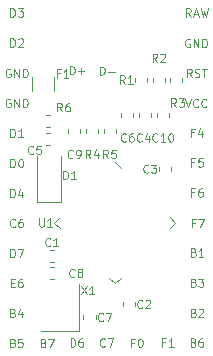
<source format=gto>
G04 #@! TF.GenerationSoftware,KiCad,Pcbnew,(5.1.6)-1*
G04 #@! TF.CreationDate,2020-10-13T18:08:15+08:00*
G04 #@! TF.ProjectId,Alvaro,416c7661-726f-42e6-9b69-6361645f7063,C*
G04 #@! TF.SameCoordinates,Original*
G04 #@! TF.FileFunction,Legend,Top*
G04 #@! TF.FilePolarity,Positive*
%FSLAX46Y46*%
G04 Gerber Fmt 4.6, Leading zero omitted, Abs format (unit mm)*
G04 Created by KiCad (PCBNEW (5.1.6)-1) date 2020-10-13 18:08:15*
%MOMM*%
%LPD*%
G01*
G04 APERTURE LIST*
%ADD10C,0.080000*%
%ADD11C,0.120000*%
G04 APERTURE END LIST*
D10*
X26883333Y-31241666D02*
X26883333Y-30541666D01*
X27050000Y-30541666D01*
X27150000Y-30575000D01*
X27216666Y-30641666D01*
X27250000Y-30708333D01*
X27283333Y-30841666D01*
X27283333Y-30941666D01*
X27250000Y-31075000D01*
X27216666Y-31141666D01*
X27150000Y-31208333D01*
X27050000Y-31241666D01*
X26883333Y-31241666D01*
X27583333Y-30975000D02*
X28116666Y-30975000D01*
X27850000Y-31241666D02*
X27850000Y-30708333D01*
X29433333Y-31266666D02*
X29433333Y-30566666D01*
X29600000Y-30566666D01*
X29700000Y-30600000D01*
X29766666Y-30666666D01*
X29800000Y-30733333D01*
X29833333Y-30866666D01*
X29833333Y-30966666D01*
X29800000Y-31100000D01*
X29766666Y-31166666D01*
X29700000Y-31233333D01*
X29600000Y-31266666D01*
X29433333Y-31266666D01*
X30133333Y-31000000D02*
X30666666Y-31000000D01*
X37416666Y-36149999D02*
X37183333Y-36149999D01*
X37183333Y-36516665D02*
X37183333Y-35816665D01*
X37516666Y-35816665D01*
X38083333Y-36049999D02*
X38083333Y-36516665D01*
X37916666Y-35783332D02*
X37750000Y-36283332D01*
X38183333Y-36283332D01*
X36641666Y-33316666D02*
X36875000Y-34016666D01*
X37108333Y-33316666D01*
X37741666Y-33950000D02*
X37708333Y-33983333D01*
X37608333Y-34016666D01*
X37541666Y-34016666D01*
X37441666Y-33983333D01*
X37375000Y-33916666D01*
X37341666Y-33850000D01*
X37308333Y-33716666D01*
X37308333Y-33616666D01*
X37341666Y-33483333D01*
X37375000Y-33416666D01*
X37441666Y-33350000D01*
X37541666Y-33316666D01*
X37608333Y-33316666D01*
X37708333Y-33350000D01*
X37741666Y-33383333D01*
X38441666Y-33950000D02*
X38408333Y-33983333D01*
X38308333Y-34016666D01*
X38241666Y-34016666D01*
X38141666Y-33983333D01*
X38075000Y-33916666D01*
X38041666Y-33850000D01*
X38008333Y-33716666D01*
X38008333Y-33616666D01*
X38041666Y-33483333D01*
X38075000Y-33416666D01*
X38141666Y-33350000D01*
X38241666Y-33316666D01*
X38308333Y-33316666D01*
X38408333Y-33350000D01*
X38441666Y-33383333D01*
X37191666Y-31466666D02*
X36958333Y-31133333D01*
X36791666Y-31466666D02*
X36791666Y-30766666D01*
X37058333Y-30766666D01*
X37125000Y-30800000D01*
X37158333Y-30833333D01*
X37191666Y-30900000D01*
X37191666Y-31000000D01*
X37158333Y-31066666D01*
X37125000Y-31100000D01*
X37058333Y-31133333D01*
X36791666Y-31133333D01*
X37458333Y-31433333D02*
X37558333Y-31466666D01*
X37725000Y-31466666D01*
X37791666Y-31433333D01*
X37825000Y-31400000D01*
X37858333Y-31333333D01*
X37858333Y-31266666D01*
X37825000Y-31200000D01*
X37791666Y-31166666D01*
X37725000Y-31133333D01*
X37591666Y-31100000D01*
X37525000Y-31066666D01*
X37491666Y-31033333D01*
X37458333Y-30966666D01*
X37458333Y-30900000D01*
X37491666Y-30833333D01*
X37525000Y-30800000D01*
X37591666Y-30766666D01*
X37758333Y-30766666D01*
X37858333Y-30800000D01*
X38058333Y-30766666D02*
X38458333Y-30766666D01*
X38258333Y-31466666D02*
X38258333Y-30766666D01*
X37416666Y-38675000D02*
X37183333Y-38675000D01*
X37183333Y-39041666D02*
X37183333Y-38341666D01*
X37516666Y-38341666D01*
X38116666Y-38341666D02*
X37783333Y-38341666D01*
X37750000Y-38675000D01*
X37783333Y-38641666D01*
X37850000Y-38608333D01*
X38016666Y-38608333D01*
X38083333Y-38641666D01*
X38116666Y-38675000D01*
X38150000Y-38741666D01*
X38150000Y-38908333D01*
X38116666Y-38975000D01*
X38083333Y-39008333D01*
X38016666Y-39041666D01*
X37850000Y-39041666D01*
X37783333Y-39008333D01*
X37750000Y-38975000D01*
X37041666Y-28275000D02*
X36975000Y-28241666D01*
X36875000Y-28241666D01*
X36775000Y-28275000D01*
X36708333Y-28341666D01*
X36675000Y-28408333D01*
X36641666Y-28541666D01*
X36641666Y-28641666D01*
X36675000Y-28775000D01*
X36708333Y-28841666D01*
X36775000Y-28908333D01*
X36875000Y-28941666D01*
X36941666Y-28941666D01*
X37041666Y-28908333D01*
X37075000Y-28875000D01*
X37075000Y-28641666D01*
X36941666Y-28641666D01*
X37375000Y-28941666D02*
X37375000Y-28241666D01*
X37775000Y-28941666D01*
X37775000Y-28241666D01*
X38108333Y-28941666D02*
X38108333Y-28241666D01*
X38275000Y-28241666D01*
X38375000Y-28275000D01*
X38441666Y-28341666D01*
X38475000Y-28408333D01*
X38508333Y-28541666D01*
X38508333Y-28641666D01*
X38475000Y-28775000D01*
X38441666Y-28841666D01*
X38375000Y-28908333D01*
X38275000Y-28941666D01*
X38108333Y-28941666D01*
X37121666Y-26341666D02*
X36888333Y-26008333D01*
X36721666Y-26341666D02*
X36721666Y-25641666D01*
X36988333Y-25641666D01*
X37055000Y-25675000D01*
X37088333Y-25708333D01*
X37121666Y-25775000D01*
X37121666Y-25875000D01*
X37088333Y-25941666D01*
X37055000Y-25975000D01*
X36988333Y-26008333D01*
X36721666Y-26008333D01*
X37388333Y-26141666D02*
X37721666Y-26141666D01*
X37321666Y-26341666D02*
X37555000Y-25641666D01*
X37788333Y-26341666D01*
X37955000Y-25641666D02*
X38121666Y-26341666D01*
X38255000Y-25841666D01*
X38388333Y-26341666D01*
X38555000Y-25641666D01*
X37441666Y-43775000D02*
X37208333Y-43775000D01*
X37208333Y-44141666D02*
X37208333Y-43441666D01*
X37541666Y-43441666D01*
X37741666Y-43441666D02*
X38208333Y-43441666D01*
X37908333Y-44141666D01*
X37366666Y-46300000D02*
X37466666Y-46333333D01*
X37500000Y-46366666D01*
X37533333Y-46433333D01*
X37533333Y-46533333D01*
X37500000Y-46600000D01*
X37466666Y-46633333D01*
X37400000Y-46666666D01*
X37133333Y-46666666D01*
X37133333Y-45966666D01*
X37366666Y-45966666D01*
X37433333Y-46000000D01*
X37466666Y-46033333D01*
X37500000Y-46100000D01*
X37500000Y-46166666D01*
X37466666Y-46233333D01*
X37433333Y-46266666D01*
X37366666Y-46300000D01*
X37133333Y-46300000D01*
X38200000Y-46666666D02*
X37800000Y-46666666D01*
X38000000Y-46666666D02*
X38000000Y-45966666D01*
X37933333Y-46066666D01*
X37866666Y-46133333D01*
X37800000Y-46166666D01*
X37341666Y-53925000D02*
X37441666Y-53958333D01*
X37475000Y-53991666D01*
X37508333Y-54058333D01*
X37508333Y-54158333D01*
X37475000Y-54225000D01*
X37441666Y-54258333D01*
X37375000Y-54291666D01*
X37108333Y-54291666D01*
X37108333Y-53591666D01*
X37341666Y-53591666D01*
X37408333Y-53625000D01*
X37441666Y-53658333D01*
X37475000Y-53725000D01*
X37475000Y-53791666D01*
X37441666Y-53858333D01*
X37408333Y-53891666D01*
X37341666Y-53925000D01*
X37108333Y-53925000D01*
X38108333Y-53591666D02*
X37975000Y-53591666D01*
X37908333Y-53625000D01*
X37875000Y-53658333D01*
X37808333Y-53758333D01*
X37775000Y-53891666D01*
X37775000Y-54158333D01*
X37808333Y-54225000D01*
X37841666Y-54258333D01*
X37908333Y-54291666D01*
X38041666Y-54291666D01*
X38108333Y-54258333D01*
X38141666Y-54225000D01*
X38175000Y-54158333D01*
X38175000Y-53991666D01*
X38141666Y-53925000D01*
X38108333Y-53891666D01*
X38041666Y-53858333D01*
X37908333Y-53858333D01*
X37841666Y-53891666D01*
X37808333Y-53925000D01*
X37775000Y-53991666D01*
X37366666Y-51400000D02*
X37466666Y-51433333D01*
X37500000Y-51466666D01*
X37533333Y-51533333D01*
X37533333Y-51633333D01*
X37500000Y-51700000D01*
X37466666Y-51733333D01*
X37400000Y-51766666D01*
X37133333Y-51766666D01*
X37133333Y-51066666D01*
X37366666Y-51066666D01*
X37433333Y-51100000D01*
X37466666Y-51133333D01*
X37500000Y-51200000D01*
X37500000Y-51266666D01*
X37466666Y-51333333D01*
X37433333Y-51366666D01*
X37366666Y-51400000D01*
X37133333Y-51400000D01*
X37800000Y-51133333D02*
X37833333Y-51100000D01*
X37900000Y-51066666D01*
X38066666Y-51066666D01*
X38133333Y-51100000D01*
X38166666Y-51133333D01*
X38200000Y-51200000D01*
X38200000Y-51266666D01*
X38166666Y-51366666D01*
X37766666Y-51766666D01*
X38200000Y-51766666D01*
X37366666Y-48850001D02*
X37466666Y-48883334D01*
X37500000Y-48916667D01*
X37533333Y-48983334D01*
X37533333Y-49083334D01*
X37500000Y-49150001D01*
X37466666Y-49183334D01*
X37400000Y-49216667D01*
X37133333Y-49216667D01*
X37133333Y-48516667D01*
X37366666Y-48516667D01*
X37433333Y-48550001D01*
X37466666Y-48583334D01*
X37500000Y-48650001D01*
X37500000Y-48716667D01*
X37466666Y-48783334D01*
X37433333Y-48816667D01*
X37366666Y-48850001D01*
X37133333Y-48850001D01*
X37766666Y-48516667D02*
X38200000Y-48516667D01*
X37966666Y-48783334D01*
X38066666Y-48783334D01*
X38133333Y-48816667D01*
X38166666Y-48850001D01*
X38200000Y-48916667D01*
X38200000Y-49083334D01*
X38166666Y-49150001D01*
X38133333Y-49183334D01*
X38066666Y-49216667D01*
X37866666Y-49216667D01*
X37800000Y-49183334D01*
X37766666Y-49150001D01*
X37416666Y-41224999D02*
X37183333Y-41224999D01*
X37183333Y-41591665D02*
X37183333Y-40891665D01*
X37516666Y-40891665D01*
X38083333Y-40891665D02*
X37950000Y-40891665D01*
X37883333Y-40924999D01*
X37850000Y-40958332D01*
X37783333Y-41058332D01*
X37750000Y-41191665D01*
X37750000Y-41458332D01*
X37783333Y-41524999D01*
X37816666Y-41558332D01*
X37883333Y-41591665D01*
X38016666Y-41591665D01*
X38083333Y-41558332D01*
X38116666Y-41524999D01*
X38150000Y-41458332D01*
X38150000Y-41291665D01*
X38116666Y-41224999D01*
X38083333Y-41191665D01*
X38016666Y-41158332D01*
X37883333Y-41158332D01*
X37816666Y-41191665D01*
X37783333Y-41224999D01*
X37750000Y-41291665D01*
X34941666Y-53925000D02*
X34708333Y-53925000D01*
X34708333Y-54291666D02*
X34708333Y-53591666D01*
X35041666Y-53591666D01*
X35675000Y-54291666D02*
X35275000Y-54291666D01*
X35475000Y-54291666D02*
X35475000Y-53591666D01*
X35408333Y-53691666D01*
X35341666Y-53758333D01*
X35275000Y-53791666D01*
X32306666Y-53950000D02*
X32073333Y-53950000D01*
X32073333Y-54316666D02*
X32073333Y-53616666D01*
X32406666Y-53616666D01*
X32806666Y-53616666D02*
X32873333Y-53616666D01*
X32940000Y-53650000D01*
X32973333Y-53683333D01*
X33006666Y-53750000D01*
X33040000Y-53883333D01*
X33040000Y-54050000D01*
X33006666Y-54183333D01*
X32973333Y-54250000D01*
X32940000Y-54283333D01*
X32873333Y-54316666D01*
X32806666Y-54316666D01*
X32740000Y-54283333D01*
X32706666Y-54250000D01*
X32673333Y-54183333D01*
X32640000Y-54050000D01*
X32640000Y-53883333D01*
X32673333Y-53750000D01*
X32706666Y-53683333D01*
X32740000Y-53650000D01*
X32806666Y-53616666D01*
X29858333Y-54225000D02*
X29825000Y-54258333D01*
X29725000Y-54291666D01*
X29658333Y-54291666D01*
X29558333Y-54258333D01*
X29491666Y-54191666D01*
X29458333Y-54125000D01*
X29425000Y-53991666D01*
X29425000Y-53891666D01*
X29458333Y-53758333D01*
X29491666Y-53691666D01*
X29558333Y-53625000D01*
X29658333Y-53591666D01*
X29725000Y-53591666D01*
X29825000Y-53625000D01*
X29858333Y-53658333D01*
X30091666Y-53591666D02*
X30558333Y-53591666D01*
X30258333Y-54291666D01*
X26943333Y-54291666D02*
X26943333Y-53591666D01*
X27110000Y-53591666D01*
X27210000Y-53625000D01*
X27276666Y-53691666D01*
X27310000Y-53758333D01*
X27343333Y-53891666D01*
X27343333Y-53991666D01*
X27310000Y-54125000D01*
X27276666Y-54191666D01*
X27210000Y-54258333D01*
X27110000Y-54291666D01*
X26943333Y-54291666D01*
X27943333Y-53591666D02*
X27810000Y-53591666D01*
X27743333Y-53625000D01*
X27710000Y-53658333D01*
X27643333Y-53758333D01*
X27610000Y-53891666D01*
X27610000Y-54158333D01*
X27643333Y-54225000D01*
X27676666Y-54258333D01*
X27743333Y-54291666D01*
X27876666Y-54291666D01*
X27943333Y-54258333D01*
X27976666Y-54225000D01*
X28010000Y-54158333D01*
X28010000Y-53991666D01*
X27976666Y-53925000D01*
X27943333Y-53891666D01*
X27876666Y-53858333D01*
X27743333Y-53858333D01*
X27676666Y-53891666D01*
X27643333Y-53925000D01*
X27610000Y-53991666D01*
X24641666Y-53950000D02*
X24741666Y-53983333D01*
X24775000Y-54016666D01*
X24808333Y-54083333D01*
X24808333Y-54183333D01*
X24775000Y-54250000D01*
X24741666Y-54283333D01*
X24675000Y-54316666D01*
X24408333Y-54316666D01*
X24408333Y-53616666D01*
X24641666Y-53616666D01*
X24708333Y-53650000D01*
X24741666Y-53683333D01*
X24775000Y-53750000D01*
X24775000Y-53816666D01*
X24741666Y-53883333D01*
X24708333Y-53916666D01*
X24641666Y-53950000D01*
X24408333Y-53950000D01*
X25041666Y-53616666D02*
X25508333Y-53616666D01*
X25208333Y-54316666D01*
X21858333Y-39091666D02*
X21858333Y-38391666D01*
X22025000Y-38391666D01*
X22125000Y-38425000D01*
X22191666Y-38491666D01*
X22225000Y-38558333D01*
X22258333Y-38691666D01*
X22258333Y-38791666D01*
X22225000Y-38925000D01*
X22191666Y-38991666D01*
X22125000Y-39058333D01*
X22025000Y-39091666D01*
X21858333Y-39091666D01*
X22691666Y-38391666D02*
X22758333Y-38391666D01*
X22825000Y-38425000D01*
X22858333Y-38458333D01*
X22891666Y-38525000D01*
X22925000Y-38658333D01*
X22925000Y-38825000D01*
X22891666Y-38958333D01*
X22858333Y-39025000D01*
X22825000Y-39058333D01*
X22758333Y-39091666D01*
X22691666Y-39091666D01*
X22625000Y-39058333D01*
X22591666Y-39025000D01*
X22558333Y-38958333D01*
X22525000Y-38825000D01*
X22525000Y-38658333D01*
X22558333Y-38525000D01*
X22591666Y-38458333D01*
X22625000Y-38425000D01*
X22691666Y-38391666D01*
X22258333Y-44100000D02*
X22225000Y-44133333D01*
X22125000Y-44166666D01*
X22058333Y-44166666D01*
X21958333Y-44133333D01*
X21891666Y-44066666D01*
X21858333Y-44000000D01*
X21825000Y-43866666D01*
X21825000Y-43766666D01*
X21858333Y-43633333D01*
X21891666Y-43566666D01*
X21958333Y-43500000D01*
X22058333Y-43466666D01*
X22125000Y-43466666D01*
X22225000Y-43500000D01*
X22258333Y-43533333D01*
X22858333Y-43466666D02*
X22725000Y-43466666D01*
X22658333Y-43500000D01*
X22625000Y-43533333D01*
X22558333Y-43633333D01*
X22525000Y-43766666D01*
X22525000Y-44033333D01*
X22558333Y-44100000D01*
X22591666Y-44133333D01*
X22658333Y-44166666D01*
X22791666Y-44166666D01*
X22858333Y-44133333D01*
X22891666Y-44100000D01*
X22925000Y-44033333D01*
X22925000Y-43866666D01*
X22891666Y-43800000D01*
X22858333Y-43766666D01*
X22791666Y-43733333D01*
X22658333Y-43733333D01*
X22591666Y-43766666D01*
X22558333Y-43800000D01*
X22525000Y-43866666D01*
X21858333Y-46716666D02*
X21858333Y-46016666D01*
X22025000Y-46016666D01*
X22125000Y-46050000D01*
X22191666Y-46116666D01*
X22225000Y-46183333D01*
X22258333Y-46316666D01*
X22258333Y-46416666D01*
X22225000Y-46550000D01*
X22191666Y-46616666D01*
X22125000Y-46683333D01*
X22025000Y-46716666D01*
X21858333Y-46716666D01*
X22491666Y-46016666D02*
X22958333Y-46016666D01*
X22658333Y-46716666D01*
X22066667Y-53949998D02*
X22166667Y-53983331D01*
X22200001Y-54016664D01*
X22233334Y-54083331D01*
X22233334Y-54183331D01*
X22200001Y-54249998D01*
X22166667Y-54283331D01*
X22100001Y-54316664D01*
X21833334Y-54316664D01*
X21833334Y-53616664D01*
X22066667Y-53616664D01*
X22133334Y-53649998D01*
X22166667Y-53683331D01*
X22200001Y-53749998D01*
X22200001Y-53816664D01*
X22166667Y-53883331D01*
X22133334Y-53916664D01*
X22066667Y-53949998D01*
X21833334Y-53949998D01*
X22866667Y-53616664D02*
X22533334Y-53616664D01*
X22500001Y-53949998D01*
X22533334Y-53916664D01*
X22600001Y-53883331D01*
X22766667Y-53883331D01*
X22833334Y-53916664D01*
X22866667Y-53949998D01*
X22900001Y-54016664D01*
X22900001Y-54183331D01*
X22866667Y-54249998D01*
X22833334Y-54283331D01*
X22766667Y-54316664D01*
X22600001Y-54316664D01*
X22533334Y-54283331D01*
X22500001Y-54249998D01*
X21891666Y-48875000D02*
X22125000Y-48875000D01*
X22225000Y-49241666D02*
X21891666Y-49241666D01*
X21891666Y-48541666D01*
X22225000Y-48541666D01*
X22825000Y-48541666D02*
X22691666Y-48541666D01*
X22625000Y-48575000D01*
X22591666Y-48608333D01*
X22525000Y-48708333D01*
X22491666Y-48841666D01*
X22491666Y-49108333D01*
X22525000Y-49175000D01*
X22558333Y-49208333D01*
X22625000Y-49241666D01*
X22758333Y-49241666D01*
X22825000Y-49208333D01*
X22858333Y-49175000D01*
X22891666Y-49108333D01*
X22891666Y-48941666D01*
X22858333Y-48875000D01*
X22825000Y-48841666D01*
X22758333Y-48808333D01*
X22625000Y-48808333D01*
X22558333Y-48841666D01*
X22525000Y-48875000D01*
X22491666Y-48941666D01*
X21858333Y-28891666D02*
X21858333Y-28191666D01*
X22025000Y-28191666D01*
X22125000Y-28225000D01*
X22191666Y-28291666D01*
X22225000Y-28358333D01*
X22258333Y-28491666D01*
X22258333Y-28591666D01*
X22225000Y-28725000D01*
X22191666Y-28791666D01*
X22125000Y-28858333D01*
X22025000Y-28891666D01*
X21858333Y-28891666D01*
X22525000Y-28258333D02*
X22558333Y-28225000D01*
X22625000Y-28191666D01*
X22791666Y-28191666D01*
X22858333Y-28225000D01*
X22891666Y-28258333D01*
X22925000Y-28325000D01*
X22925000Y-28391666D01*
X22891666Y-28491666D01*
X22491666Y-28891666D01*
X22925000Y-28891666D01*
X22091666Y-51424998D02*
X22191666Y-51458331D01*
X22225000Y-51491664D01*
X22258333Y-51558331D01*
X22258333Y-51658331D01*
X22225000Y-51724998D01*
X22191666Y-51758331D01*
X22125000Y-51791664D01*
X21858333Y-51791664D01*
X21858333Y-51091664D01*
X22091666Y-51091664D01*
X22158333Y-51124998D01*
X22191666Y-51158331D01*
X22225000Y-51224998D01*
X22225000Y-51291664D01*
X22191666Y-51358331D01*
X22158333Y-51391664D01*
X22091666Y-51424998D01*
X21858333Y-51424998D01*
X22858333Y-51324998D02*
X22858333Y-51791664D01*
X22691666Y-51058331D02*
X22525000Y-51558331D01*
X22958333Y-51558331D01*
X21858334Y-26341666D02*
X21858334Y-25641666D01*
X22025001Y-25641666D01*
X22125001Y-25675000D01*
X22191667Y-25741666D01*
X22225001Y-25808333D01*
X22258334Y-25941666D01*
X22258334Y-26041666D01*
X22225001Y-26175000D01*
X22191667Y-26241666D01*
X22125001Y-26308333D01*
X22025001Y-26341666D01*
X21858334Y-26341666D01*
X22491667Y-25641666D02*
X22925001Y-25641666D01*
X22691667Y-25908333D01*
X22791667Y-25908333D01*
X22858334Y-25941666D01*
X22891667Y-25975000D01*
X22925001Y-26041666D01*
X22925001Y-26208333D01*
X22891667Y-26275000D01*
X22858334Y-26308333D01*
X22791667Y-26341666D01*
X22591667Y-26341666D01*
X22525001Y-26308333D01*
X22491667Y-26275000D01*
X21841666Y-33325000D02*
X21775000Y-33291666D01*
X21675000Y-33291666D01*
X21575000Y-33325000D01*
X21508333Y-33391666D01*
X21475000Y-33458333D01*
X21441666Y-33591666D01*
X21441666Y-33691666D01*
X21475000Y-33825000D01*
X21508333Y-33891666D01*
X21575000Y-33958333D01*
X21675000Y-33991666D01*
X21741666Y-33991666D01*
X21841666Y-33958333D01*
X21875000Y-33925000D01*
X21875000Y-33691666D01*
X21741666Y-33691666D01*
X22175000Y-33991666D02*
X22175000Y-33291666D01*
X22575000Y-33991666D01*
X22575000Y-33291666D01*
X22908333Y-33991666D02*
X22908333Y-33291666D01*
X23075000Y-33291666D01*
X23175000Y-33325000D01*
X23241666Y-33391666D01*
X23275000Y-33458333D01*
X23308333Y-33591666D01*
X23308333Y-33691666D01*
X23275000Y-33825000D01*
X23241666Y-33891666D01*
X23175000Y-33958333D01*
X23075000Y-33991666D01*
X22908333Y-33991666D01*
X21858335Y-36541665D02*
X21858335Y-35841665D01*
X22025002Y-35841665D01*
X22125002Y-35874999D01*
X22191668Y-35941665D01*
X22225002Y-36008332D01*
X22258335Y-36141665D01*
X22258335Y-36241665D01*
X22225002Y-36374999D01*
X22191668Y-36441665D01*
X22125002Y-36508332D01*
X22025002Y-36541665D01*
X21858335Y-36541665D01*
X22925002Y-36541665D02*
X22525002Y-36541665D01*
X22725002Y-36541665D02*
X22725002Y-35841665D01*
X22658335Y-35941665D01*
X22591668Y-36008332D01*
X22525002Y-36041665D01*
X21858333Y-41641664D02*
X21858333Y-40941664D01*
X22025000Y-40941664D01*
X22125000Y-40974998D01*
X22191666Y-41041664D01*
X22225000Y-41108331D01*
X22258333Y-41241664D01*
X22258333Y-41341664D01*
X22225000Y-41474998D01*
X22191666Y-41541664D01*
X22125000Y-41608331D01*
X22025000Y-41641664D01*
X21858333Y-41641664D01*
X22858333Y-41174998D02*
X22858333Y-41641664D01*
X22691666Y-40908331D02*
X22525000Y-41408331D01*
X22958333Y-41408331D01*
X21841666Y-30800000D02*
X21775000Y-30766666D01*
X21675000Y-30766666D01*
X21575000Y-30800000D01*
X21508333Y-30866666D01*
X21475000Y-30933333D01*
X21441666Y-31066666D01*
X21441666Y-31166666D01*
X21475000Y-31300000D01*
X21508333Y-31366666D01*
X21575000Y-31433333D01*
X21675000Y-31466666D01*
X21741666Y-31466666D01*
X21841666Y-31433333D01*
X21875000Y-31400000D01*
X21875000Y-31166666D01*
X21741666Y-31166666D01*
X22175000Y-31466666D02*
X22175000Y-30766666D01*
X22575000Y-31466666D01*
X22575000Y-30766666D01*
X22908333Y-31466666D02*
X22908333Y-30766666D01*
X23075000Y-30766666D01*
X23175000Y-30800000D01*
X23241666Y-30866666D01*
X23275000Y-30933333D01*
X23308333Y-31066666D01*
X23308333Y-31166666D01*
X23275000Y-31300000D01*
X23241666Y-31366666D01*
X23175000Y-31433333D01*
X23075000Y-31466666D01*
X22908333Y-31466666D01*
D11*
X23690000Y-32652064D02*
X23690000Y-31447936D01*
X25510000Y-32652064D02*
X25510000Y-31447936D01*
X24100000Y-42050000D02*
X26100000Y-42050000D01*
X26100000Y-42050000D02*
X26100000Y-38150000D01*
X24100000Y-42050000D02*
X24100000Y-38150000D01*
D10*
X25162779Y-36190000D02*
X24837221Y-36190000D01*
X25162779Y-37210000D02*
X24837221Y-37210000D01*
X30700000Y-48919453D02*
X31173762Y-48445692D01*
X30700000Y-48919453D02*
X30226238Y-48445692D01*
X35819453Y-43800000D02*
X35345692Y-44273762D01*
X35819453Y-43800000D02*
X35345692Y-43326238D01*
X25580547Y-43800000D02*
X26054308Y-44273762D01*
X25580547Y-43800000D02*
X26054308Y-43326238D01*
X30700000Y-38680547D02*
X31173762Y-39154308D01*
X24837221Y-35710000D02*
X25162779Y-35710000D01*
X24837221Y-34690000D02*
X25162779Y-34690000D01*
X29740000Y-36212779D02*
X29740000Y-35887221D01*
X30760000Y-36212779D02*
X30760000Y-35887221D01*
X28240000Y-36212779D02*
X28240000Y-35887221D01*
X29260000Y-36212779D02*
X29260000Y-35887221D01*
X35390000Y-31537221D02*
X35390000Y-31862779D01*
X36410000Y-31537221D02*
X36410000Y-31862779D01*
X34910000Y-31862779D02*
X34910000Y-31537221D01*
X33890000Y-31862779D02*
X33890000Y-31537221D01*
X32390000Y-31862779D02*
X32390000Y-31537221D01*
X33410000Y-31862779D02*
X33410000Y-31537221D01*
X34240000Y-34862779D02*
X34240000Y-34537221D01*
X35260000Y-34862779D02*
X35260000Y-34537221D01*
X26740000Y-36212779D02*
X26740000Y-35887221D01*
X27760000Y-36212779D02*
X27760000Y-35887221D01*
X25187221Y-47565000D02*
X25512779Y-47565000D01*
X25187221Y-48585000D02*
X25512779Y-48585000D01*
X29060000Y-51962779D02*
X29060000Y-51637221D01*
X28040000Y-51962779D02*
X28040000Y-51637221D01*
X31240000Y-34862779D02*
X31240000Y-34537221D01*
X32260000Y-34862779D02*
X32260000Y-34537221D01*
X32740000Y-34862779D02*
X32740000Y-34537221D01*
X33760000Y-34862779D02*
X33760000Y-34537221D01*
X34440000Y-39087221D02*
X34440000Y-39412779D01*
X35460000Y-39087221D02*
X35460000Y-39412779D01*
X31415000Y-50537221D02*
X31415000Y-50862779D01*
X32435000Y-50537221D02*
X32435000Y-50862779D01*
X25512779Y-46065000D02*
X25187221Y-46065000D01*
X25512779Y-47085000D02*
X25187221Y-47085000D01*
X27650000Y-53000000D02*
X27650000Y-49000000D01*
X24450000Y-53000000D02*
X27650000Y-53000000D01*
X26016666Y-31150000D02*
X25783333Y-31150000D01*
X25783333Y-31516666D02*
X25783333Y-30816666D01*
X26116666Y-30816666D01*
X26750000Y-31516666D02*
X26350000Y-31516666D01*
X26550000Y-31516666D02*
X26550000Y-30816666D01*
X26483333Y-30916666D01*
X26416666Y-30983333D01*
X26350000Y-31016666D01*
X26333333Y-40116666D02*
X26333333Y-39416666D01*
X26500000Y-39416666D01*
X26600000Y-39450000D01*
X26666666Y-39516666D01*
X26700000Y-39583333D01*
X26733333Y-39716666D01*
X26733333Y-39816666D01*
X26700000Y-39950000D01*
X26666666Y-40016666D01*
X26600000Y-40083333D01*
X26500000Y-40116666D01*
X26333333Y-40116666D01*
X27400000Y-40116666D02*
X27000000Y-40116666D01*
X27200000Y-40116666D02*
X27200000Y-39416666D01*
X27133333Y-39516666D01*
X27066666Y-39583333D01*
X27000000Y-39616666D01*
X23783333Y-37925000D02*
X23750000Y-37958333D01*
X23650000Y-37991666D01*
X23583333Y-37991666D01*
X23483333Y-37958333D01*
X23416666Y-37891666D01*
X23383333Y-37825000D01*
X23350000Y-37691666D01*
X23350000Y-37591666D01*
X23383333Y-37458333D01*
X23416666Y-37391666D01*
X23483333Y-37325000D01*
X23583333Y-37291666D01*
X23650000Y-37291666D01*
X23750000Y-37325000D01*
X23783333Y-37358333D01*
X24416666Y-37291666D02*
X24083333Y-37291666D01*
X24050000Y-37625000D01*
X24083333Y-37591666D01*
X24150000Y-37558333D01*
X24316666Y-37558333D01*
X24383333Y-37591666D01*
X24416666Y-37625000D01*
X24450000Y-37691666D01*
X24450000Y-37858333D01*
X24416666Y-37925000D01*
X24383333Y-37958333D01*
X24316666Y-37991666D01*
X24150000Y-37991666D01*
X24083333Y-37958333D01*
X24050000Y-37925000D01*
X24291666Y-43416666D02*
X24291666Y-43983333D01*
X24325000Y-44050000D01*
X24358333Y-44083333D01*
X24425000Y-44116666D01*
X24558333Y-44116666D01*
X24625000Y-44083333D01*
X24658333Y-44050000D01*
X24691666Y-43983333D01*
X24691666Y-43416666D01*
X25391666Y-44116666D02*
X24991666Y-44116666D01*
X25191666Y-44116666D02*
X25191666Y-43416666D01*
X25125000Y-43516666D01*
X25058333Y-43583333D01*
X24991666Y-43616666D01*
X26233333Y-34366666D02*
X26000000Y-34033333D01*
X25833333Y-34366666D02*
X25833333Y-33666666D01*
X26100000Y-33666666D01*
X26166666Y-33700000D01*
X26200000Y-33733333D01*
X26233333Y-33800000D01*
X26233333Y-33900000D01*
X26200000Y-33966666D01*
X26166666Y-34000000D01*
X26100000Y-34033333D01*
X25833333Y-34033333D01*
X26833333Y-33666666D02*
X26700000Y-33666666D01*
X26633333Y-33700000D01*
X26600000Y-33733333D01*
X26533333Y-33833333D01*
X26500000Y-33966666D01*
X26500000Y-34233333D01*
X26533333Y-34300000D01*
X26566666Y-34333333D01*
X26633333Y-34366666D01*
X26766666Y-34366666D01*
X26833333Y-34333333D01*
X26866666Y-34300000D01*
X26900000Y-34233333D01*
X26900000Y-34066666D01*
X26866666Y-34000000D01*
X26833333Y-33966666D01*
X26766666Y-33933333D01*
X26633333Y-33933333D01*
X26566666Y-33966666D01*
X26533333Y-34000000D01*
X26500000Y-34066666D01*
X30133333Y-38316666D02*
X29900000Y-37983333D01*
X29733333Y-38316666D02*
X29733333Y-37616666D01*
X30000000Y-37616666D01*
X30066666Y-37650000D01*
X30100000Y-37683333D01*
X30133333Y-37750000D01*
X30133333Y-37850000D01*
X30100000Y-37916666D01*
X30066666Y-37950000D01*
X30000000Y-37983333D01*
X29733333Y-37983333D01*
X30766666Y-37616666D02*
X30433333Y-37616666D01*
X30400000Y-37950000D01*
X30433333Y-37916666D01*
X30500000Y-37883333D01*
X30666666Y-37883333D01*
X30733333Y-37916666D01*
X30766666Y-37950000D01*
X30800000Y-38016666D01*
X30800000Y-38183333D01*
X30766666Y-38250000D01*
X30733333Y-38283333D01*
X30666666Y-38316666D01*
X30500000Y-38316666D01*
X30433333Y-38283333D01*
X30400000Y-38250000D01*
X28633333Y-38316666D02*
X28400000Y-37983333D01*
X28233333Y-38316666D02*
X28233333Y-37616666D01*
X28500000Y-37616666D01*
X28566666Y-37650000D01*
X28600000Y-37683333D01*
X28633333Y-37750000D01*
X28633333Y-37850000D01*
X28600000Y-37916666D01*
X28566666Y-37950000D01*
X28500000Y-37983333D01*
X28233333Y-37983333D01*
X29233333Y-37850000D02*
X29233333Y-38316666D01*
X29066666Y-37583333D02*
X28900000Y-38083333D01*
X29333333Y-38083333D01*
X35883333Y-33966666D02*
X35650000Y-33633333D01*
X35483333Y-33966666D02*
X35483333Y-33266666D01*
X35750000Y-33266666D01*
X35816666Y-33300000D01*
X35850000Y-33333333D01*
X35883333Y-33400000D01*
X35883333Y-33500000D01*
X35850000Y-33566666D01*
X35816666Y-33600000D01*
X35750000Y-33633333D01*
X35483333Y-33633333D01*
X36116666Y-33266666D02*
X36550000Y-33266666D01*
X36316666Y-33533333D01*
X36416666Y-33533333D01*
X36483333Y-33566666D01*
X36516666Y-33600000D01*
X36550000Y-33666666D01*
X36550000Y-33833333D01*
X36516666Y-33900000D01*
X36483333Y-33933333D01*
X36416666Y-33966666D01*
X36216666Y-33966666D01*
X36150000Y-33933333D01*
X36116666Y-33900000D01*
X34283333Y-30166666D02*
X34050000Y-29833333D01*
X33883333Y-30166666D02*
X33883333Y-29466666D01*
X34150000Y-29466666D01*
X34216666Y-29500000D01*
X34250000Y-29533333D01*
X34283333Y-29600000D01*
X34283333Y-29700000D01*
X34250000Y-29766666D01*
X34216666Y-29800000D01*
X34150000Y-29833333D01*
X33883333Y-29833333D01*
X34550000Y-29533333D02*
X34583333Y-29500000D01*
X34650000Y-29466666D01*
X34816666Y-29466666D01*
X34883333Y-29500000D01*
X34916666Y-29533333D01*
X34950000Y-29600000D01*
X34950000Y-29666666D01*
X34916666Y-29766666D01*
X34516666Y-30166666D01*
X34950000Y-30166666D01*
X31533333Y-32016666D02*
X31300000Y-31683333D01*
X31133333Y-32016666D02*
X31133333Y-31316666D01*
X31400000Y-31316666D01*
X31466666Y-31350000D01*
X31500000Y-31383333D01*
X31533333Y-31450000D01*
X31533333Y-31550000D01*
X31500000Y-31616666D01*
X31466666Y-31650000D01*
X31400000Y-31683333D01*
X31133333Y-31683333D01*
X32200000Y-32016666D02*
X31800000Y-32016666D01*
X32000000Y-32016666D02*
X32000000Y-31316666D01*
X31933333Y-31416666D01*
X31866666Y-31483333D01*
X31800000Y-31516666D01*
X34300000Y-36850000D02*
X34266666Y-36883333D01*
X34166666Y-36916666D01*
X34100000Y-36916666D01*
X34000000Y-36883333D01*
X33933333Y-36816666D01*
X33900000Y-36750000D01*
X33866666Y-36616666D01*
X33866666Y-36516666D01*
X33900000Y-36383333D01*
X33933333Y-36316666D01*
X34000000Y-36250000D01*
X34100000Y-36216666D01*
X34166666Y-36216666D01*
X34266666Y-36250000D01*
X34300000Y-36283333D01*
X34966666Y-36916666D02*
X34566666Y-36916666D01*
X34766666Y-36916666D02*
X34766666Y-36216666D01*
X34700000Y-36316666D01*
X34633333Y-36383333D01*
X34566666Y-36416666D01*
X35400000Y-36216666D02*
X35466666Y-36216666D01*
X35533333Y-36250000D01*
X35566666Y-36283333D01*
X35600000Y-36350000D01*
X35633333Y-36483333D01*
X35633333Y-36650000D01*
X35600000Y-36783333D01*
X35566666Y-36850000D01*
X35533333Y-36883333D01*
X35466666Y-36916666D01*
X35400000Y-36916666D01*
X35333333Y-36883333D01*
X35300000Y-36850000D01*
X35266666Y-36783333D01*
X35233333Y-36650000D01*
X35233333Y-36483333D01*
X35266666Y-36350000D01*
X35300000Y-36283333D01*
X35333333Y-36250000D01*
X35400000Y-36216666D01*
X27133333Y-38250000D02*
X27100000Y-38283333D01*
X27000000Y-38316666D01*
X26933333Y-38316666D01*
X26833333Y-38283333D01*
X26766666Y-38216666D01*
X26733333Y-38150000D01*
X26700000Y-38016666D01*
X26700000Y-37916666D01*
X26733333Y-37783333D01*
X26766666Y-37716666D01*
X26833333Y-37650000D01*
X26933333Y-37616666D01*
X27000000Y-37616666D01*
X27100000Y-37650000D01*
X27133333Y-37683333D01*
X27466666Y-38316666D02*
X27600000Y-38316666D01*
X27666666Y-38283333D01*
X27700000Y-38250000D01*
X27766666Y-38150000D01*
X27800000Y-38016666D01*
X27800000Y-37750000D01*
X27766666Y-37683333D01*
X27733333Y-37650000D01*
X27666666Y-37616666D01*
X27533333Y-37616666D01*
X27466666Y-37650000D01*
X27433333Y-37683333D01*
X27400000Y-37750000D01*
X27400000Y-37916666D01*
X27433333Y-37983333D01*
X27466666Y-38016666D01*
X27533333Y-38050000D01*
X27666666Y-38050000D01*
X27733333Y-38016666D01*
X27766666Y-37983333D01*
X27800000Y-37916666D01*
X27283333Y-48325000D02*
X27250000Y-48358333D01*
X27150000Y-48391666D01*
X27083333Y-48391666D01*
X26983333Y-48358333D01*
X26916666Y-48291666D01*
X26883333Y-48225000D01*
X26850000Y-48091666D01*
X26850000Y-47991666D01*
X26883333Y-47858333D01*
X26916666Y-47791666D01*
X26983333Y-47725000D01*
X27083333Y-47691666D01*
X27150000Y-47691666D01*
X27250000Y-47725000D01*
X27283333Y-47758333D01*
X27683333Y-47991666D02*
X27616666Y-47958333D01*
X27583333Y-47925000D01*
X27550000Y-47858333D01*
X27550000Y-47825000D01*
X27583333Y-47758333D01*
X27616666Y-47725000D01*
X27683333Y-47691666D01*
X27816666Y-47691666D01*
X27883333Y-47725000D01*
X27916666Y-47758333D01*
X27950000Y-47825000D01*
X27950000Y-47858333D01*
X27916666Y-47925000D01*
X27883333Y-47958333D01*
X27816666Y-47991666D01*
X27683333Y-47991666D01*
X27616666Y-48025000D01*
X27583333Y-48058333D01*
X27550000Y-48125000D01*
X27550000Y-48258333D01*
X27583333Y-48325000D01*
X27616666Y-48358333D01*
X27683333Y-48391666D01*
X27816666Y-48391666D01*
X27883333Y-48358333D01*
X27916666Y-48325000D01*
X27950000Y-48258333D01*
X27950000Y-48125000D01*
X27916666Y-48058333D01*
X27883333Y-48025000D01*
X27816666Y-47991666D01*
X29683333Y-52050000D02*
X29650000Y-52083333D01*
X29550000Y-52116666D01*
X29483333Y-52116666D01*
X29383333Y-52083333D01*
X29316666Y-52016666D01*
X29283333Y-51950000D01*
X29250000Y-51816666D01*
X29250000Y-51716666D01*
X29283333Y-51583333D01*
X29316666Y-51516666D01*
X29383333Y-51450000D01*
X29483333Y-51416666D01*
X29550000Y-51416666D01*
X29650000Y-51450000D01*
X29683333Y-51483333D01*
X29916666Y-51416666D02*
X30383333Y-51416666D01*
X30083333Y-52116666D01*
X31633333Y-36850000D02*
X31600000Y-36883333D01*
X31500000Y-36916666D01*
X31433333Y-36916666D01*
X31333333Y-36883333D01*
X31266666Y-36816666D01*
X31233333Y-36750000D01*
X31200000Y-36616666D01*
X31200000Y-36516666D01*
X31233333Y-36383333D01*
X31266666Y-36316666D01*
X31333333Y-36250000D01*
X31433333Y-36216666D01*
X31500000Y-36216666D01*
X31600000Y-36250000D01*
X31633333Y-36283333D01*
X32233333Y-36216666D02*
X32100000Y-36216666D01*
X32033333Y-36250000D01*
X32000000Y-36283333D01*
X31933333Y-36383333D01*
X31900000Y-36516666D01*
X31900000Y-36783333D01*
X31933333Y-36850000D01*
X31966666Y-36883333D01*
X32033333Y-36916666D01*
X32166666Y-36916666D01*
X32233333Y-36883333D01*
X32266666Y-36850000D01*
X32300000Y-36783333D01*
X32300000Y-36616666D01*
X32266666Y-36550000D01*
X32233333Y-36516666D01*
X32166666Y-36483333D01*
X32033333Y-36483333D01*
X31966666Y-36516666D01*
X31933333Y-36550000D01*
X31900000Y-36616666D01*
X32983333Y-36850000D02*
X32950000Y-36883333D01*
X32850000Y-36916666D01*
X32783333Y-36916666D01*
X32683333Y-36883333D01*
X32616666Y-36816666D01*
X32583333Y-36750000D01*
X32550000Y-36616666D01*
X32550000Y-36516666D01*
X32583333Y-36383333D01*
X32616666Y-36316666D01*
X32683333Y-36250000D01*
X32783333Y-36216666D01*
X32850000Y-36216666D01*
X32950000Y-36250000D01*
X32983333Y-36283333D01*
X33583333Y-36450000D02*
X33583333Y-36916666D01*
X33416666Y-36183333D02*
X33250000Y-36683333D01*
X33683333Y-36683333D01*
X33533333Y-39500000D02*
X33500000Y-39533333D01*
X33400000Y-39566666D01*
X33333333Y-39566666D01*
X33233333Y-39533333D01*
X33166666Y-39466666D01*
X33133333Y-39400000D01*
X33100000Y-39266666D01*
X33100000Y-39166666D01*
X33133333Y-39033333D01*
X33166666Y-38966666D01*
X33233333Y-38900000D01*
X33333333Y-38866666D01*
X33400000Y-38866666D01*
X33500000Y-38900000D01*
X33533333Y-38933333D01*
X33766666Y-38866666D02*
X34200000Y-38866666D01*
X33966666Y-39133333D01*
X34066666Y-39133333D01*
X34133333Y-39166666D01*
X34166666Y-39200000D01*
X34200000Y-39266666D01*
X34200000Y-39433333D01*
X34166666Y-39500000D01*
X34133333Y-39533333D01*
X34066666Y-39566666D01*
X33866666Y-39566666D01*
X33800000Y-39533333D01*
X33766666Y-39500000D01*
X33033333Y-50950000D02*
X33000000Y-50983333D01*
X32900000Y-51016666D01*
X32833333Y-51016666D01*
X32733333Y-50983333D01*
X32666666Y-50916666D01*
X32633333Y-50850000D01*
X32600000Y-50716666D01*
X32600000Y-50616666D01*
X32633333Y-50483333D01*
X32666666Y-50416666D01*
X32733333Y-50350000D01*
X32833333Y-50316666D01*
X32900000Y-50316666D01*
X33000000Y-50350000D01*
X33033333Y-50383333D01*
X33300000Y-50383333D02*
X33333333Y-50350000D01*
X33400000Y-50316666D01*
X33566666Y-50316666D01*
X33633333Y-50350000D01*
X33666666Y-50383333D01*
X33700000Y-50450000D01*
X33700000Y-50516666D01*
X33666666Y-50616666D01*
X33266666Y-51016666D01*
X33700000Y-51016666D01*
X25233333Y-45700000D02*
X25200000Y-45733333D01*
X25100000Y-45766666D01*
X25033333Y-45766666D01*
X24933333Y-45733333D01*
X24866666Y-45666666D01*
X24833333Y-45600000D01*
X24800000Y-45466666D01*
X24800000Y-45366666D01*
X24833333Y-45233333D01*
X24866666Y-45166666D01*
X24933333Y-45100000D01*
X25033333Y-45066666D01*
X25100000Y-45066666D01*
X25200000Y-45100000D01*
X25233333Y-45133333D01*
X25900000Y-45766666D02*
X25500000Y-45766666D01*
X25700000Y-45766666D02*
X25700000Y-45066666D01*
X25633333Y-45166666D01*
X25566666Y-45233333D01*
X25500000Y-45266666D01*
X27833333Y-49166666D02*
X28300000Y-49866666D01*
X28300000Y-49166666D02*
X27833333Y-49866666D01*
X28933333Y-49866666D02*
X28533333Y-49866666D01*
X28733333Y-49866666D02*
X28733333Y-49166666D01*
X28666666Y-49266666D01*
X28600000Y-49333333D01*
X28533333Y-49366666D01*
M02*

</source>
